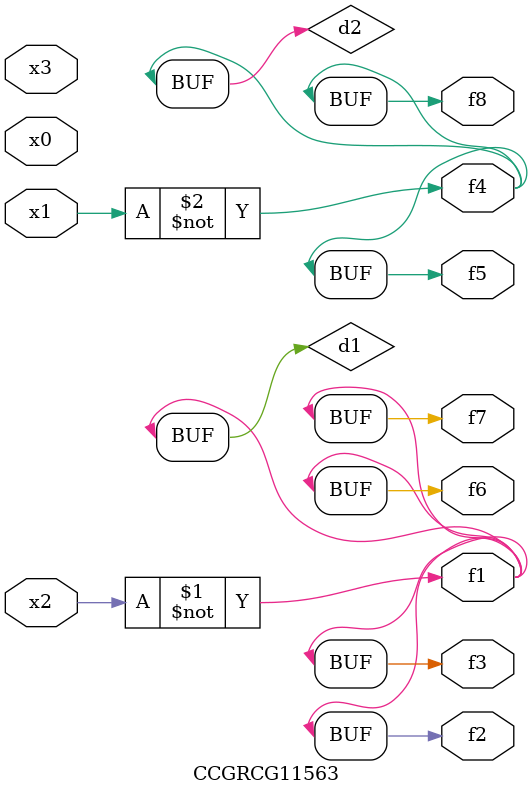
<source format=v>
module CCGRCG11563(
	input x0, x1, x2, x3,
	output f1, f2, f3, f4, f5, f6, f7, f8
);

	wire d1, d2;

	xnor (d1, x2);
	not (d2, x1);
	assign f1 = d1;
	assign f2 = d1;
	assign f3 = d1;
	assign f4 = d2;
	assign f5 = d2;
	assign f6 = d1;
	assign f7 = d1;
	assign f8 = d2;
endmodule

</source>
